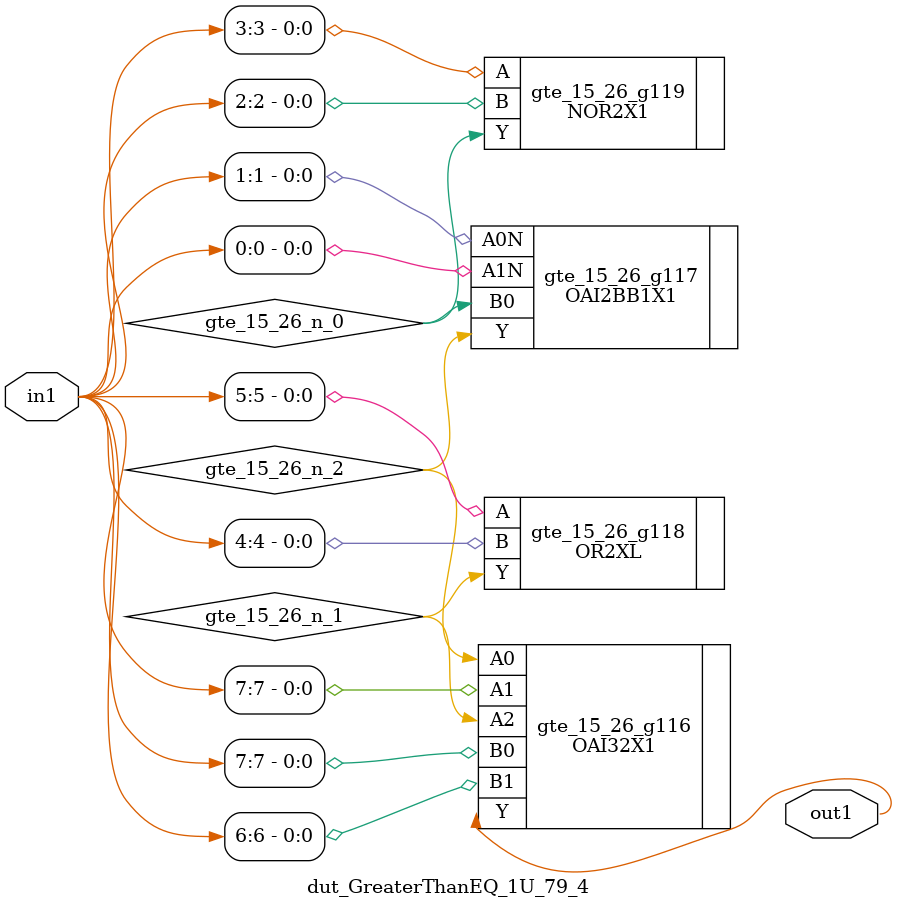
<source format=v>
`timescale 1ps / 1ps


module dut_GreaterThanEQ_1U_79_4(in1, out1);
  input [7:0] in1;
  output out1;
  wire [7:0] in1;
  wire out1;
  wire gte_15_26_n_0, gte_15_26_n_1, gte_15_26_n_2;
  OAI32X1 gte_15_26_g116(.A0 (gte_15_26_n_2), .A1 (in1[7]), .A2
       (gte_15_26_n_1), .B0 (in1[7]), .B1 (in1[6]), .Y (out1));
  OAI2BB1X1 gte_15_26_g117(.A0N (in1[1]), .A1N (in1[0]), .B0
       (gte_15_26_n_0), .Y (gte_15_26_n_2));
  OR2XL gte_15_26_g118(.A (in1[5]), .B (in1[4]), .Y (gte_15_26_n_1));
  NOR2X1 gte_15_26_g119(.A (in1[3]), .B (in1[2]), .Y (gte_15_26_n_0));
endmodule



</source>
